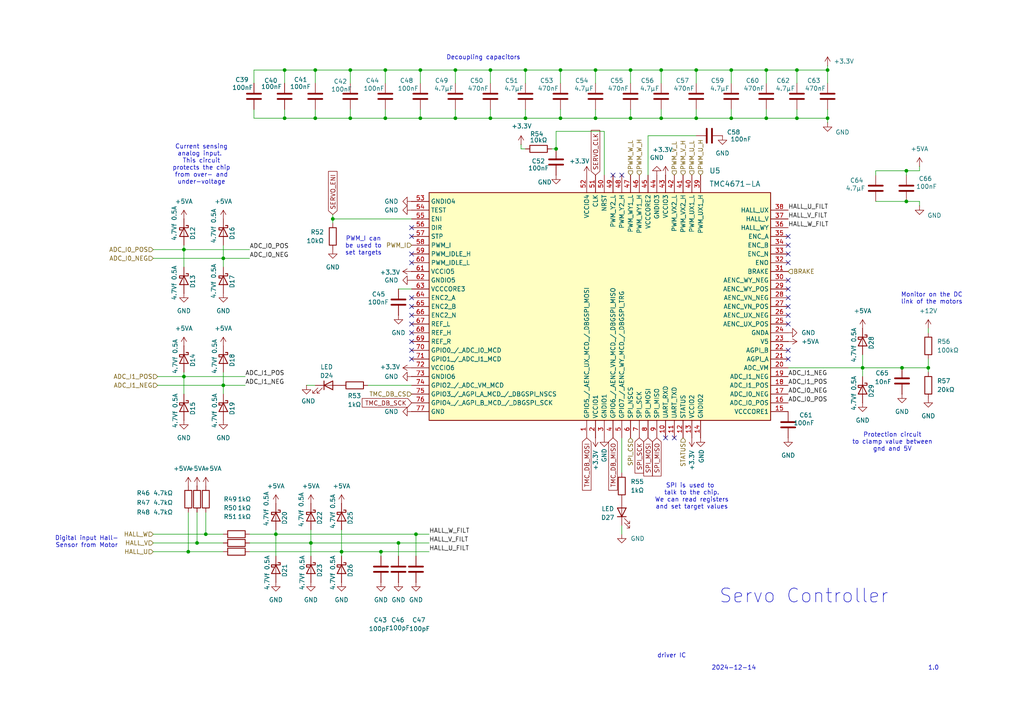
<source format=kicad_sch>
(kicad_sch (version 20231120) (generator "eeschema") (generator_version "8.0")
  (paper "A4")
  (junction (at 111.76 20.32))
  (junction (at 64.77 74.93))
  (junction (at 101.6 20.32))
  (junction (at 82.55 34.29))
  (junction (at 57.15 157.48))
  (junction (at 269.24 106.68))
  (junction (at 91.44 20.32))
  (junction (at 132.08 34.29))
  (junction (at 191.77 34.29))
  (junction (at 82.55 20.32))
  (junction (at 212.09 20.32))
  (junction (at 120.65 154.94))
  (junction (at 182.88 34.29))
  (junction (at 115.57 157.48))
  (junction (at 231.14 34.29))
  (junction (at 191.77 20.32))
  (junction (at 53.34 109.22))
  (junction (at 53.34 72.39))
  (junction (at 182.88 20.32))
  (junction (at 121.92 20.32))
  (junction (at 152.4 34.29))
  (junction (at 240.03 34.29))
  (junction (at 222.25 34.29))
  (junction (at 162.56 20.32))
  (junction (at 54.61 160.02))
  (junction (at 101.6 34.29))
  (junction (at 162.56 34.29))
  (junction (at 172.72 34.29))
  (junction (at 110.49 160.02))
  (junction (at 99.06 160.02))
  (junction (at 172.72 20.32))
  (junction (at 262.89 49.53))
  (junction (at 64.77 111.76))
  (junction (at 240.03 20.32))
  (junction (at 80.01 154.94))
  (junction (at 201.93 20.32))
  (junction (at 212.09 34.29))
  (junction (at 90.17 157.48))
  (junction (at 121.92 34.29))
  (junction (at 132.08 20.32))
  (junction (at 161.29 43.18))
  (junction (at 261.62 106.68))
  (junction (at 231.14 20.32))
  (junction (at 96.52 63.5))
  (junction (at 201.93 34.29))
  (junction (at 250.19 106.68))
  (junction (at 111.76 34.29))
  (junction (at 142.24 20.32))
  (junction (at 152.4 20.32))
  (junction (at 262.89 58.42))
  (junction (at 91.44 34.29))
  (junction (at 59.69 154.94))
  (junction (at 222.25 20.32))
  (junction (at 142.24 34.29))
  (no_connect (at 119.38 66.04))
  (no_connect (at 228.6 93.98))
  (no_connect (at 228.6 68.58))
  (no_connect (at 228.6 73.66))
  (no_connect (at 228.6 81.28))
  (no_connect (at 177.8 50.8))
  (no_connect (at 228.6 104.14))
  (no_connect (at 119.38 76.2))
  (no_connect (at 228.6 88.9))
  (no_connect (at 193.04 127))
  (no_connect (at 119.38 86.36))
  (no_connect (at 228.6 91.44))
  (no_connect (at 119.38 96.52))
  (no_connect (at 195.58 127))
  (no_connect (at 119.38 68.58))
  (no_connect (at 119.38 93.98))
  (no_connect (at 119.38 99.06))
  (no_connect (at 119.38 88.9))
  (no_connect (at 228.6 101.6))
  (no_connect (at 228.6 83.82))
  (no_connect (at 119.38 104.14))
  (no_connect (at 228.6 86.36))
  (no_connect (at 119.38 101.6))
  (no_connect (at 119.38 73.66))
  (no_connect (at 228.6 76.2))
  (no_connect (at 228.6 71.12))
  (no_connect (at 180.34 50.8))
  (no_connect (at 119.38 91.44))
  (wire (pts (xy 91.44 31.75) (xy 91.44 34.29)))
  (wire (pts (xy 101.6 20.32) (xy 101.6 24.13)))
  (wire (pts (xy 82.55 20.32) (xy 82.55 24.13)))
  (wire (pts (xy 201.93 34.29) (xy 191.77 34.29)))
  (wire (pts (xy 115.57 157.48) (xy 124.46 157.48)))
  (wire (pts (xy 120.65 154.94) (xy 120.65 161.29)))
  (wire (pts (xy 132.08 20.32) (xy 132.08 24.13)))
  (wire (pts (xy 180.34 154.94) (xy 180.34 152.4)))
  (wire (pts (xy 250.19 106.68) (xy 250.19 109.22)))
  (wire (pts (xy 53.34 109.22) (xy 71.12 109.22)))
  (wire (pts (xy 240.03 35.56) (xy 240.03 34.29)))
  (wire (pts (xy 45.72 111.76) (xy 64.77 111.76)))
  (wire (pts (xy 99.06 153.67) (xy 99.06 160.02)))
  (wire (pts (xy 180.34 127) (xy 180.34 137.16)))
  (wire (pts (xy 261.62 106.68) (xy 269.24 106.68)))
  (wire (pts (xy 182.88 20.32) (xy 182.88 24.13)))
  (wire (pts (xy 121.92 20.32) (xy 111.76 20.32)))
  (wire (pts (xy 269.24 107.95) (xy 269.24 106.68)))
  (wire (pts (xy 132.08 34.29) (xy 121.92 34.29)))
  (wire (pts (xy 99.06 160.02) (xy 110.49 160.02)))
  (wire (pts (xy 191.77 20.32) (xy 191.77 24.13)))
  (wire (pts (xy 45.72 109.22) (xy 53.34 109.22)))
  (wire (pts (xy 222.25 20.32) (xy 222.25 24.13)))
  (wire (pts (xy 54.61 160.02) (xy 64.77 160.02)))
  (wire (pts (xy 175.26 38.1) (xy 175.26 50.8)))
  (wire (pts (xy 101.6 31.75) (xy 101.6 34.29)))
  (wire (pts (xy 96.52 63.5) (xy 119.38 63.5)))
  (wire (pts (xy 121.92 31.75) (xy 121.92 34.29)))
  (wire (pts (xy 110.49 161.29) (xy 110.49 160.02)))
  (wire (pts (xy 172.72 31.75) (xy 172.72 34.29)))
  (wire (pts (xy 160.02 43.18) (xy 161.29 43.18)))
  (wire (pts (xy 266.7 48.26) (xy 266.7 49.53)))
  (wire (pts (xy 96.52 63.5) (xy 96.52 64.77)))
  (wire (pts (xy 266.7 49.53) (xy 262.89 49.53)))
  (wire (pts (xy 111.76 20.32) (xy 101.6 20.32)))
  (wire (pts (xy 152.4 34.29) (xy 142.24 34.29)))
  (wire (pts (xy 142.24 31.75) (xy 142.24 34.29)))
  (wire (pts (xy 121.92 34.29) (xy 111.76 34.29)))
  (wire (pts (xy 82.55 31.75) (xy 82.55 34.29)))
  (wire (pts (xy 111.76 34.29) (xy 101.6 34.29)))
  (wire (pts (xy 44.45 74.93) (xy 64.77 74.93)))
  (wire (pts (xy 191.77 20.32) (xy 182.88 20.32)))
  (wire (pts (xy 269.24 95.25) (xy 269.24 96.52)))
  (wire (pts (xy 44.45 157.48) (xy 57.15 157.48)))
  (wire (pts (xy 72.39 154.94) (xy 80.01 154.94)))
  (wire (pts (xy 250.19 106.68) (xy 261.62 106.68)))
  (wire (pts (xy 91.44 20.32) (xy 91.44 24.13)))
  (wire (pts (xy 191.77 34.29) (xy 182.88 34.29)))
  (wire (pts (xy 54.61 148.59) (xy 54.61 160.02)))
  (wire (pts (xy 64.77 111.76) (xy 64.77 107.95)))
  (wire (pts (xy 201.93 20.32) (xy 201.93 24.13)))
  (wire (pts (xy 222.25 20.32) (xy 212.09 20.32)))
  (wire (pts (xy 64.77 111.76) (xy 71.12 111.76)))
  (wire (pts (xy 152.4 34.29) (xy 162.56 34.29)))
  (wire (pts (xy 240.03 31.75) (xy 240.03 34.29)))
  (wire (pts (xy 101.6 20.32) (xy 91.44 20.32)))
  (wire (pts (xy 161.29 38.1) (xy 161.29 43.18)))
  (wire (pts (xy 90.17 153.67) (xy 90.17 157.48)))
  (wire (pts (xy 64.77 111.76) (xy 64.77 114.3)))
  (wire (pts (xy 80.01 154.94) (xy 80.01 161.29)))
  (wire (pts (xy 152.4 20.32) (xy 152.4 24.13)))
  (wire (pts (xy 80.01 153.67) (xy 80.01 154.94)))
  (wire (pts (xy 187.96 50.8) (xy 187.96 39.37)))
  (wire (pts (xy 187.96 39.37) (xy 201.93 39.37)))
  (wire (pts (xy 44.45 160.02) (xy 54.61 160.02)))
  (wire (pts (xy 231.14 20.32) (xy 231.14 24.13)))
  (wire (pts (xy 53.34 72.39) (xy 72.39 72.39)))
  (wire (pts (xy 90.17 157.48) (xy 90.17 161.29)))
  (wire (pts (xy 172.72 20.32) (xy 162.56 20.32)))
  (wire (pts (xy 59.69 148.59) (xy 59.69 154.94)))
  (wire (pts (xy 111.76 31.75) (xy 111.76 34.29)))
  (wire (pts (xy 222.25 34.29) (xy 212.09 34.29)))
  (wire (pts (xy 64.77 74.93) (xy 72.39 74.93)))
  (wire (pts (xy 240.03 20.32) (xy 240.03 24.13)))
  (wire (pts (xy 82.55 20.32) (xy 73.66 20.32)))
  (wire (pts (xy 53.34 109.22) (xy 53.34 107.95)))
  (wire (pts (xy 262.89 49.53) (xy 254 49.53)))
  (wire (pts (xy 231.14 20.32) (xy 222.25 20.32)))
  (wire (pts (xy 90.17 157.48) (xy 115.57 157.48)))
  (wire (pts (xy 228.6 106.68) (xy 250.19 106.68)))
  (wire (pts (xy 121.92 20.32) (xy 121.92 24.13)))
  (wire (pts (xy 111.76 20.32) (xy 111.76 24.13)))
  (wire (pts (xy 99.06 160.02) (xy 99.06 161.29)))
  (wire (pts (xy 80.01 154.94) (xy 120.65 154.94)))
  (wire (pts (xy 142.24 20.32) (xy 142.24 24.13)))
  (wire (pts (xy 91.44 20.32) (xy 82.55 20.32)))
  (wire (pts (xy 222.25 34.29) (xy 231.14 34.29)))
  (wire (pts (xy 182.88 34.29) (xy 172.72 34.29)))
  (wire (pts (xy 201.93 31.75) (xy 201.93 34.29)))
  (wire (pts (xy 59.69 154.94) (xy 64.77 154.94)))
  (wire (pts (xy 212.09 31.75) (xy 212.09 34.29)))
  (wire (pts (xy 151.13 43.18) (xy 152.4 43.18)))
  (wire (pts (xy 73.66 20.32) (xy 73.66 24.13)))
  (wire (pts (xy 151.13 43.18) (xy 151.13 41.91)))
  (wire (pts (xy 152.4 31.75) (xy 152.4 34.29)))
  (wire (pts (xy 106.68 111.76) (xy 119.38 111.76)))
  (wire (pts (xy 110.49 160.02) (xy 124.46 160.02)))
  (wire (pts (xy 64.77 74.93) (xy 64.77 71.12)))
  (wire (pts (xy 82.55 34.29) (xy 73.66 34.29)))
  (wire (pts (xy 142.24 34.29) (xy 132.08 34.29)))
  (wire (pts (xy 115.57 83.82) (xy 119.38 83.82)))
  (wire (pts (xy 254 49.53) (xy 254 50.8)))
  (wire (pts (xy 240.03 20.32) (xy 231.14 20.32)))
  (wire (pts (xy 53.34 72.39) (xy 53.34 77.47)))
  (wire (pts (xy 57.15 157.48) (xy 64.77 157.48)))
  (wire (pts (xy 91.44 34.29) (xy 82.55 34.29)))
  (wire (pts (xy 269.24 104.14) (xy 269.24 106.68)))
  (wire (pts (xy 254 58.42) (xy 262.89 58.42)))
  (wire (pts (xy 44.45 72.39) (xy 53.34 72.39)))
  (wire (pts (xy 72.39 160.02) (xy 99.06 160.02)))
  (wire (pts (xy 88.9 111.76) (xy 91.44 111.76)))
  (wire (pts (xy 212.09 20.32) (xy 212.09 24.13)))
  (wire (pts (xy 72.39 157.48) (xy 90.17 157.48)))
  (wire (pts (xy 44.45 154.94) (xy 59.69 154.94)))
  (wire (pts (xy 57.15 148.59) (xy 57.15 157.48)))
  (wire (pts (xy 53.34 109.22) (xy 53.34 114.3)))
  (wire (pts (xy 262.89 49.53) (xy 262.89 50.8)))
  (wire (pts (xy 266.7 58.42) (xy 262.89 58.42)))
  (wire (pts (xy 182.88 31.75) (xy 182.88 34.29)))
  (wire (pts (xy 266.7 59.69) (xy 266.7 58.42)))
  (wire (pts (xy 162.56 20.32) (xy 152.4 20.32)))
  (wire (pts (xy 101.6 34.29) (xy 91.44 34.29)))
  (wire (pts (xy 191.77 31.75) (xy 191.77 34.29)))
  (wire (pts (xy 212.09 34.29) (xy 201.93 34.29)))
  (wire (pts (xy 115.57 157.48) (xy 115.57 161.29)))
  (wire (pts (xy 96.52 62.23) (xy 96.52 63.5)))
  (wire (pts (xy 142.24 20.32) (xy 132.08 20.32)))
  (wire (pts (xy 162.56 20.32) (xy 162.56 24.13)))
  (wire (pts (xy 182.88 20.32) (xy 172.72 20.32)))
  (wire (pts (xy 172.72 20.32) (xy 172.72 24.13)))
  (wire (pts (xy 250.19 102.87) (xy 250.19 106.68)))
  (wire (pts (xy 172.72 34.29) (xy 162.56 34.29)))
  (wire (pts (xy 152.4 20.32) (xy 142.24 20.32)))
  (wire (pts (xy 162.56 31.75) (xy 162.56 34.29)))
  (wire (pts (xy 132.08 20.32) (xy 121.92 20.32)))
  (wire (pts (xy 64.77 74.93) (xy 64.77 77.47)))
  (wire (pts (xy 175.26 38.1) (xy 161.29 38.1)))
  (wire (pts (xy 231.14 31.75) (xy 231.14 34.29)))
  (wire (pts (xy 231.14 34.29) (xy 240.03 34.29)))
  (wire (pts (xy 132.08 31.75) (xy 132.08 34.29)))
  (wire (pts (xy 212.09 20.32) (xy 201.93 20.32)))
  (wire (pts (xy 222.25 31.75) (xy 222.25 34.29)))
  (wire (pts (xy 53.34 72.39) (xy 53.34 71.12)))
  (wire (pts (xy 201.93 20.32) (xy 191.77 20.32)))
  (wire (pts (xy 120.65 154.94) (xy 124.46 154.94)))
  (wire (pts (xy 73.66 31.75) (xy 73.66 34.29)))
  (wire (pts (xy 240.03 19.05) (xy 240.03 20.32)))
  (text "Monitor on the DC\nlink of the motors" (at 270.256 86.614 0) (effects (font (size 1.27 1.27))))
  (text "Servo Controller" (at 233.172 172.974 0) (effects (font (size 4 4))))
  (text "driver IC" (at 194.818 190.246 0) (effects (font (size 1.27 1.27))))
  (text "Current sensing\nanalog input. \nThis circuit\nprotects the chip\nfrom over- and\nunder-voltage" (at 58.42 47.752 0) (effects (font (size 1.27 1.27))))
  (text "Decoupling capacitors\n" (at 140.208 16.764 0) (effects (font (size 1.27 1.27))))
  (text "2024-12-14" (at 212.852 193.802 0) (effects (font (size 1.27 1.27))))
  (text "Protection circuit\nto clamp value between\ngnd and 5V" (at 258.826 128.27 0) (effects (font (size 1.27 1.27))))
  (text "SPI is used to \ntalk to the chip.\nWe can read registers\nand set target values" (at 200.66 144.018 0) (effects (font (size 1.27 1.27))))
  (text "1.0" (at 270.764 193.802 0) (effects (font (size 1.27 1.27))))
  (text "PWM_I can\nbe used to\nset targets" (at 105.41 71.374 0) (effects (font (size 1.27 1.27))))
  (text "Digital input Hall-\nSensor from Motor" (at 25.146 157.226 0) (effects (font (size 1.27 1.27))))
  (label "HALL_V_FILT" (at 228.6 63.5 0))
  (label "ADC_I0_NEG" (at 72.39 74.93 0))
  (label "ADC_I1_POS" (at 228.6 111.76 0))
  (label "HALL_V_FILT" (at 124.46 157.48 0))
  (label "ADC_I0_NEG" (at 228.6 114.3 0))
  (label "ADC_I1_NEG" (at 228.6 109.22 0))
  (label "HALL_W_FILT" (at 228.6 66.04 0))
  (label "ADC_I1_NEG" (at 71.12 111.76 0))
  (label "ADC_I1_POS" (at 71.12 109.22 0))
  (label "HALL_U_FILT" (at 124.46 160.02 0))
  (label "HALL_U_FILT" (at 228.6 60.96 0))
  (label "ADC_I0_POS" (at 72.39 72.39 0))
  (label "ADC_I0_POS" (at 228.6 116.84 0))
  (label "HALL_W_FILT" (at 124.46 154.94 0))
  (global_label "TMC_DB_SCK" (shape input) (at 119.38 116.84 180) (property "Intersheetrefs" "${INTERSHEET_REFS}" (effects (hide yes))))
  (global_label "SPI_SCK" (shape input) (at 185.42 127 270) (property "Intersheetrefs" "${INTERSHEET_REFS}" (effects (hide yes))))
  (global_label "SERVO_CLK" (shape input) (at 172.72 50.8 90) (property "Intersheetrefs" "${INTERSHEET_REFS}" (effects (hide yes))))
  (global_label "SPI_MISO" (shape input) (at 190.5 127 270) (property "Intersheetrefs" "${INTERSHEET_REFS}" (effects (hide yes))))
  (global_label "TMC_DB_MOSI" (shape input) (at 170.18 127 270) (property "Intersheetrefs" "${INTERSHEET_REFS}" (effects (hide yes))))
  (global_label "SPI_MOSI" (shape input) (at 187.96 127 270) (property "Intersheetrefs" "${INTERSHEET_REFS}" (effects (hide yes))))
  (global_label "SERVO_ENI" (shape input) (at 96.52 62.23 90) (property "Intersheetrefs" "${INTERSHEET_REFS}" (effects (hide yes))))
  (global_label "TMC_DB_MISO" (shape input) (at 177.8 127 270) (property "Intersheetrefs" "${INTERSHEET_REFS}" (effects (hide yes))))
  (hierarchical_label "ADC_I0_POS" (shape input) (at 44.45 72.39 180))
  (hierarchical_label "ADC_I1_POS" (shape input) (at 45.72 109.22 180))
  (hierarchical_label "PWM_U_L" (shape input) (at 200.66 50.8 90))
  (hierarchical_label "PWM_V_H" (shape input) (at 198.12 50.8 90))
  (hierarchical_label "SPI_CS" (shape input) (at 182.88 127 270))
  (hierarchical_label "HALL_U" (shape input) (at 44.45 160.02 180))
  (hierarchical_label "ADC_I1_NEG" (shape input) (at 45.72 111.76 180))
  (hierarchical_label "PWM_V_L" (shape input) (at 195.58 50.8 90))
  (hierarchical_label "PWM_I" (shape input) (at 119.38 71.12 180))
  (hierarchical_label "PWM_W_H" (shape input) (at 185.42 50.8 90))
  (hierarchical_label "PWM_W_L" (shape input) (at 182.88 50.8 90))
  (hierarchical_label "ADC_I0_NEG" (shape input) (at 44.45 74.93 180))
  (hierarchical_label "BRAKE" (shape input) (at 228.6 78.74 0))
  (hierarchical_label "TMC_DB_CS" (shape input) (at 119.38 114.3 180))
  (hierarchical_label "STATUS" (shape input) (at 198.12 127 270))
  (hierarchical_label "PWM_U_H" (shape input) (at 203.2 50.8 90))
  (hierarchical_label "HALL_W" (shape input) (at 44.45 154.94 180))
  (hierarchical_label "HALL_V" (shape input) (at 44.45 157.48 180))
  (symbol (lib_id "power:GND") (at 240.03 35.56 0) (unit 1)
    (property "Reference" "#PWR0133" (effects (hide yes)))
    (property "Value" "GND" (at 244.348 38.354 0))
    (property "Description" "Power symbol creates a global label with name \"GND\" , ground" (effects (hide yes)))
    (instances (project "motordriver" (path "" (reference "#PWR0133") (unit 1)) (path "" (reference "#PWR0293") (unit 1)) (path "" (reference "#PWR0217") (unit 1))))
  )
  (symbol (lib_id "power:GND") (at 64.77 121.92 0) (unit 1)
    (property "Reference" "#PWR098" (effects (hide yes)))
    (property "Value" "GND" (at 64.77 127 0))
    (property "Description" "Power symbol creates a global label with name \"GND\" , ground" (effects (hide yes)))
    (instances (project "motordriver" (path "" (reference "#PWR098") (unit 1)) (path "" (reference "#PWR0258") (unit 1)) (path "" (reference "#PWR0182") (unit 1))))
  )
  (symbol (lib_id "power:GND") (at 96.52 72.39 0) (mirror y) (unit 1)
    (property "Reference" "#PWR0104" (effects (hide yes)))
    (property "Value" "GND" (at 96.52 77.47 0))
    (property "Description" "Power symbol creates a global label with name \"GND\" , ground" (effects (hide yes)))
    (instances (project "motordriver" (path "" (reference "#PWR0104") (unit 1)) (path "" (reference "#PWR0264") (unit 1)) (path "" (reference "#PWR0188") (unit 1))))
  )
  (symbol (lib_id "Device:C") (at 172.72 27.94 180) (unit 1)
    (property "Reference" "C54" (at 170.688 23.368 0) (effects (justify left)))
    (property "Value" "4.7µF" (at 172.212 25.654 0) (effects (justify left)))
    (property "Footprint" "Capacitor_SMD:C_0603_1608Metric" (effects (hide yes)))
    (property "Description" "Unpolarized capacitor" (effects (hide yes)))
    (instances (project "motordriver" (path "" (reference "C54") (unit 1)) (path "" (reference "C136") (unit 1)) (path "" (reference "C99") (unit 1))))
  )
  (symbol (lib_id "Device:C") (at 142.24 27.94 180) (unit 1)
    (property "Reference" "C50" (at 140.208 23.368 0) (effects (justify left)))
    (property "Value" "470nF" (at 141.732 25.654 0) (effects (justify left)))
    (property "Footprint" "Capacitor_SMD:C_0603_1608Metric" (effects (hide yes)))
    (property "Description" "Unpolarized capacitor" (effects (hide yes)))
    (instances (project "motordriver" (path "" (reference "C50") (unit 1)) (path "" (reference "C132") (unit 1)) (path "" (reference "C95") (unit 1))))
  )
  (symbol (lib_id "Device:D_Schottky") (at 90.17 165.1 270) (unit 1)
    (property "Reference" "D23" (at 92.71 163.5124 0) (effects (justify left)))
    (property "Value" "4.7Vf 0.5A" (at 87.63 161.036 0) (effects (justify left)))
    (property "Footprint" "kuben-footprints:DIOC1709X85N" (effects (hide yes)))
    (property "Description" "Schottky diode" (effects (hide yes)))
    (property "Height" "0.85" (effects (hide yes)))
    (property "Mouser Part Number" "750-CDBU0520" (effects (hide yes)))
    (property "Mouser Price/Stock" "https://www.mouser.co.uk/ProductDetail/Comchip-Technology/CDBU0520?qs=QrYNfmA0esYvGSGDalbccA%3D%3D" (effects (hide yes)))
    (property "Manufacturer_Name" "Comchip Technology" (effects (hide yes)))
    (property "Manufacturer_Part_Number" "CDBU0520" (effects (hide yes)))
    (instances (project "motordriver" (path "" (reference "D23") (unit 1)) (path "" (reference "D68") (unit 1)) (path "" (reference "D46") (unit 1))))
  )
  (symbol (lib_id "power:+5V") (at 90.17 146.05 0) (unit 1)
    (property "Reference" "#PWR0102" (effects (hide yes)))
    (property "Value" "+5VA" (at 90.17 140.97 0))
    (property "Description" "Power symbol creates a global label with name \"+5V\"" (effects (hide yes)))
    (instances (project "motordriver" (path "" (reference "#PWR0102") (unit 1)) (path "" (reference "#PWR0262") (unit 1)) (path "" (reference "#PWR0186") (unit 1))))
  )
  (symbol (lib_id "Device:C") (at 101.6 27.94 0) (mirror x) (unit 1)
    (property "Reference" "C42" (at 96.774 23.622 0) (effects (justify left)))
    (property "Value" "100nF" (at 96.012 25.908 0) (effects (justify left)))
    (property "Footprint" "Capacitor_SMD:C_0603_1608Metric" (effects (hide yes)))
    (property "Description" "Unpolarized capacitor" (effects (hide yes)))
    (instances (project "motordriver" (path "" (reference "C42") (unit 1)) (path "" (reference "C124") (unit 1)) (path "" (reference "C87") (unit 1))))
  )
  (symbol (lib_id "Device:R") (at 59.69 144.78 0) (unit 1)
    (property "Reference" "R48" (at 39.624 148.59 0) (effects (justify left)))
    (property "Value" "4.7kΩ" (at 44.45 148.59 0) (effects (justify left)))
    (property "Footprint" "Resistor_SMD:R_0603_1608Metric" (effects (hide yes)))
    (property "Description" "Resistor" (effects (hide yes)))
    (instances (project "motordriver" (path "" (reference "R48") (unit 1)) (path "" (reference "R92") (unit 1)) (path "" (reference "R66") (unit 1))))
  )
  (symbol (lib_id "Device:D_Schottky") (at 53.34 67.31 270) (unit 1)
    (property "Reference" "D12" (at 55.88 65.7224 0) (effects (justify left)))
    (property "Value" "4.7Vf 0.5A" (at 50.546 59.69 0) (effects (justify left)))
    (property "Footprint" "kuben-footprints:DIOC1709X85N" (effects (hide yes)))
    (property "Description" "Schottky diode" (effects (hide yes)))
    (property "Height" "0.85" (effects (hide yes)))
    (property "Mouser Part Number" "750-CDBU0520" (effects (hide yes)))
    (property "Mouser Price/Stock" "https://www.mouser.co.uk/ProductDetail/Comchip-Technology/CDBU0520?qs=QrYNfmA0esYvGSGDalbccA%3D%3D" (effects (hide yes)))
    (property "Manufacturer_Name" "Comchip Technology" (effects (hide yes)))
    (property "Manufacturer_Part_Number" "CDBU0520" (effects (hide yes)))
    (instances (project "motordriver" (path "" (reference "D12") (unit 1)) (path "" (reference "D57") (unit 1)) (path "" (reference "D35") (unit 1))))
  )
  (symbol (lib_id "power:+5V") (at 228.6 99.06 270) (unit 1)
    (property "Reference" "#PWR0130" (effects (hide yes)))
    (property "Value" "+5VA" (at 232.41 99.0599 90) (effects (justify left)))
    (property "Description" "Power symbol creates a global label with name \"+5V\"" (effects (hide yes)))
    (instances (project "motordriver" (path "" (reference "#PWR0130") (unit 1)) (path "" (reference "#PWR0290") (unit 1)) (path "" (reference "#PWR0214") (unit 1))))
  )
  (symbol (lib_id "power:GND") (at 119.38 81.28 270) (unit 1)
    (property "Reference" "#PWR0113" (effects (hide yes)))
    (property "Value" "GND" (at 115.57 81.2799 90) (effects (justify right)))
    (property "Description" "Power symbol creates a global label with name \"GND\" , ground" (effects (hide yes)))
    (instances (project "motordriver" (path "" (reference "#PWR0113") (unit 1)) (path "" (reference "#PWR0273") (unit 1)) (path "" (reference "#PWR0197") (unit 1))))
  )
  (symbol (lib_id "Device:C") (at 120.65 165.1 180) (unit 1)
    (property "Reference" "C47" (at 123.444 179.832 0) (effects (justify left)))
    (property "Value" "100pF" (at 124.714 182.372 0) (effects (justify left)))
    (property "Footprint" "Capacitor_SMD:C_0603_1608Metric" (effects (hide yes)))
    (property "Description" "Unpolarized capacitor" (effects (hide yes)))
    (instances (project "motordriver" (path "" (reference "C47") (unit 1)) (path "" (reference "C129") (unit 1)) (path "" (reference "C92") (unit 1))))
  )
  (symbol (lib_id "power:GND") (at 88.9 111.76 0) (unit 1)
    (property "Reference" "#PWR0101" (effects (hide yes)))
    (property "Value" "GND" (at 87.376 116.332 0) (effects (justify left)))
    (property "Description" "Power symbol creates a global label with name \"GND\" , ground" (effects (hide yes)))
    (instances (project "motordriver" (path "" (reference "#PWR0101") (unit 1)) (path "" (reference "#PWR0261") (unit 1)) (path "" (reference "#PWR0185") (unit 1))))
  )
  (symbol (lib_id "Device:D_Schottky") (at 53.34 104.14 270) (unit 1)
    (property "Reference" "D14" (at 55.88 102.5524 0) (effects (justify left)))
    (property "Value" "4.7Vf 0.5A" (at 50.8 98.298 0) (effects (justify left)))
    (property "Footprint" "kuben-footprints:DIOC1709X85N" (effects (hide yes)))
    (property "Description" "Schottky diode" (effects (hide yes)))
    (property "Height" "0.85" (effects (hide yes)))
    (property "Mouser Part Number" "750-CDBU0520" (effects (hide yes)))
    (property "Mouser Price/Stock" "https://www.mouser.co.uk/ProductDetail/Comchip-Technology/CDBU0520?qs=QrYNfmA0esYvGSGDalbccA%3D%3D" (effects (hide yes)))
    (property "Manufacturer_Name" "Comchip Technology" (effects (hide yes)))
    (property "Manufacturer_Part_Number" "CDBU0520" (effects (hide yes)))
    (instances (project "motordriver" (path "" (reference "D14") (unit 1)) (path "" (reference "D59") (unit 1)) (path "" (reference "D37") (unit 1))))
  )
  (symbol (lib_id "Device:C") (at 121.92 27.94 180) (unit 1)
    (property "Reference" "C48" (at 119.888 23.368 0) (effects (justify left)))
    (property "Value" "100nF" (at 121.412 25.654 0) (effects (justify left)))
    (property "Footprint" "Capacitor_SMD:C_0603_1608Metric" (effects (hide yes)))
    (property "Description" "Unpolarized capacitor" (effects (hide yes)))
    (instances (project "motordriver" (path "" (reference "C48") (unit 1)) (path "" (reference "C130") (unit 1)) (path "" (reference "C93") (unit 1))))
  )
  (symbol (lib_id "Device:D_Schottky") (at 64.77 67.31 270) (unit 1)
    (property "Reference" "D16" (at 67.31 65.7224 0) (effects (justify left)))
    (property "Value" "4.7Vf 0.5A" (at 61.976 60.452 0) (effects (justify left)))
    (property "Footprint" "kuben-footprints:DIOC1709X85N" (effects (hide yes)))
    (property "Description" "Schottky diode" (effects (hide yes)))
    (property "Height" "0.85" (effects (hide yes)))
    (property "Mouser Part Number" "750-CDBU0520" (effects (hide yes)))
    (property "Mouser Price/Stock" "https://www.mouser.co.uk/ProductDetail/Comchip-Technology/CDBU0520?qs=QrYNfmA0esYvGSGDalbccA%3D%3D" (effects (hide yes)))
    (property "Manufacturer_Name" "Comchip Technology" (effects (hide yes)))
    (property "Manufacturer_Part_Number" "CDBU0520" (effects (hide yes)))
    (instances (project "motordriver" (path "" (reference "D16") (unit 1)) (path "" (reference "D61") (unit 1)) (path "" (reference "D39") (unit 1))))
  )
  (symbol (lib_id "Device:D_Schottky") (at 250.19 113.03 270) (unit 1)
    (property "Reference" "D29" (at 252.73 111.4424 0) (effects (justify left)))
    (property "Value" "4.7Vf 0.5A" (at 247.65 108.966 0) (effects (justify left)))
    (property "Footprint" "kuben-footprints:DIOC1709X85N" (effects (hide yes)))
    (property "Description" "Schottky diode" (effects (hide yes)))
    (property "Height" "0.85" (effects (hide yes)))
    (property "Mouser Part Number" "750-CDBU0520" (effects (hide yes)))
    (property "Mouser Price/Stock" "https://www.mouser.co.uk/ProductDetail/Comchip-Technology/CDBU0520?qs=QrYNfmA0esYvGSGDalbccA%3D%3D" (effects (hide yes)))
    (property "Manufacturer_Name" "Comchip Technology" (effects (hide yes)))
    (property "Manufacturer_Part_Number" "CDBU0520" (effects (hide yes)))
    (instances (project "motordriver" (path "" (reference "D29") (unit 1)) (path "" (reference "D74") (unit 1)) (path "" (reference "D52") (unit 1))))
  )
  (symbol (lib_id "power:GND") (at 53.34 85.09 0) (unit 1)
    (property "Reference" "#PWR089" (effects (hide yes)))
    (property "Value" "GND" (at 53.34 90.17 0))
    (property "Description" "Power symbol creates a global label with name \"GND\" , ground" (effects (hide yes)))
    (instances (project "motordriver" (path "" (reference "#PWR089") (unit 1)) (path "" (reference "#PWR0249") (unit 1)) (path "" (reference "#PWR0173") (unit 1))))
  )
  (symbol (lib_id "Device:C") (at 205.74 39.37 270) (unit 1)
    (property "Reference" "C58" (at 210.82 38.354 90) (effects (justify left)))
    (property "Value" "100nF" (at 211.836 40.386 90) (effects (justify left)))
    (property "Footprint" "Capacitor_SMD:C_0603_1608Metric" (effects (hide yes)))
    (property "Description" "Unpolarized capacitor" (effects (hide yes)))
    (instances (project "motordriver" (path "" (reference "C58") (unit 1)) (path "" (reference "C140") (unit 1)) (path "" (reference "C103") (unit 1))))
  )
  (symbol (lib_id "power:GND") (at 115.57 168.91 0) (unit 1)
    (property "Reference" "#PWR0109" (effects (hide yes)))
    (property "Value" "GND" (at 115.57 173.99 0))
    (property "Description" "Power symbol creates a global label with name \"GND\" , ground" (effects (hide yes)))
    (instances (project "motordriver" (path "" (reference "#PWR0109") (unit 1)) (path "" (reference "#PWR0269") (unit 1)) (path "" (reference "#PWR0193") (unit 1))))
  )
  (symbol (lib_id "power:GND") (at 119.38 109.22 270) (unit 1)
    (property "Reference" "#PWR0115" (effects (hide yes)))
    (property "Value" "GND" (at 115.57 109.2199 90) (effects (justify right)))
    (property "Description" "Power symbol creates a global label with name \"GND\" , ground" (effects (hide yes)))
    (instances (project "motordriver" (path "" (reference "#PWR0115") (unit 1)) (path "" (reference "#PWR0275") (unit 1)) (path "" (reference "#PWR0199") (unit 1))))
  )
  (symbol (lib_id "power:GND") (at 175.26 127 0) (unit 1)
    (property "Reference" "#PWR0122" (effects (hide yes)))
    (property "Value" "GND" (at 175.26 132.08 90))
    (property "Description" "Power symbol creates a global label with name \"GND\" , ground" (effects (hide yes)))
    (instances (project "motordriver" (path "" (reference "#PWR0122") (unit 1)) (path "" (reference "#PWR0282") (unit 1)) (path "" (reference "#PWR0206") (unit 1))))
  )
  (symbol (lib_id "Device:C") (at 161.29 46.99 0) (unit 1)
    (property "Reference" "C52" (at 154.178 46.736 0) (effects (justify left)))
    (property "Value" "100nF" (at 153.162 48.768 0) (effects (justify left)))
    (property "Footprint" "Capacitor_SMD:C_0603_1608Metric" (effects (hide yes)))
    (property "Description" "Unpolarized capacitor" (effects (hide yes)))
    (instances (project "motordriver" (path "" (reference "C52") (unit 1)) (path "" (reference "C134") (unit 1)) (path "" (reference "C97") (unit 1))))
  )
  (symbol (lib_id "Device:R") (at 54.61 144.78 0) (unit 1)
    (property "Reference" "R46" (at 39.624 143.002 0) (effects (justify left)))
    (property "Value" "4.7kΩ" (at 44.45 143.002 0) (effects (justify left)))
    (property "Footprint" "Resistor_SMD:R_0603_1608Metric" (effects (hide yes)))
    (property "Description" "Resistor" (effects (hide yes)))
    (instances (project "motordriver" (path "" (reference "R46") (unit 1)) (path "" (reference "R90") (unit 1)) (path "" (reference "R64") (unit 1))))
  )
  (symbol (lib_id "power:GND") (at 110.49 168.91 0) (unit 1)
    (property "Reference" "#PWR0107" (effects (hide yes)))
    (property "Value" "GND" (at 110.49 173.99 0))
    (property "Description" "Power symbol creates a global label with name \"GND\" , ground" (effects (hide yes)))
    (instances (project "motordriver" (path "" (reference "#PWR0107") (unit 1)) (path "" (reference "#PWR0267") (unit 1)) (path "" (reference "#PWR0191") (unit 1))))
  )
  (symbol (lib_id "Device:D_Schottky") (at 250.19 99.06 270) (unit 1)
    (property "Reference" "D28" (at 252.73 97.4724 0) (effects (justify left)))
    (property "Value" "4.7Vf 0.5A" (at 247.65 94.996 0) (effects (justify left)))
    (property "Footprint" "kuben-footprints:DIOC1709X85N" (effects (hide yes)))
    (property "Description" "Schottky diode" (effects (hide yes)))
    (property "Height" "0.85" (effects (hide yes)))
    (property "Mouser Part Number" "750-CDBU0520" (effects (hide yes)))
    (property "Mouser Price/Stock" "https://www.mouser.co.uk/ProductDetail/Comchip-Technology/CDBU0520?qs=QrYNfmA0esYvGSGDalbccA%3D%3D" (effects (hide yes)))
    (property "Manufacturer_Name" "Comchip Technology" (effects (hide yes)))
    (property "Manufacturer_Part_Number" "CDBU0520" (effects (hide yes)))
    (instances (project "motordriver" (path "" (reference "D28") (unit 1)) (path "" (reference "D73") (unit 1)) (path "" (reference "D51") (unit 1))))
  )
  (symbol (lib_id "power:+5V") (at 54.61 140.97 0) (unit 1)
    (property "Reference" "#PWR092" (effects (hide yes)))
    (property "Value" "+5VA" (at 52.832 135.89 0))
    (property "Description" "Power symbol creates a global label with name \"+5V\"" (effects (hide yes)))
    (instances (project "motordriver" (path "" (reference "#PWR092") (unit 1)) (path "" (reference "#PWR0252") (unit 1)) (path "" (reference "#PWR0176") (unit 1))))
  )
  (symbol (lib_id "Device:C") (at 182.88 27.94 180) (unit 1)
    (property "Reference" "C55" (at 180.848 23.368 0) (effects (justify left)))
    (property "Value" "470nF" (at 182.372 25.654 0) (effects (justify left)))
    (property "Footprint" "Capacitor_SMD:C_0603_1608Metric" (effects (hide yes)))
    (property "Description" "Unpolarized capacitor" (effects (hide yes)))
    (instances (project "motordriver" (path "" (reference "C55") (unit 1)) (path "" (reference "C137") (unit 1)) (path "" (reference "C100") (unit 1))))
  )
  (symbol (lib_id "Device:R") (at 156.21 43.18 270) (unit 1)
    (property "Reference" "R54" (at 155.702 38.862 90))
    (property "Value" "10kΩ" (at 156.21 40.64 90))
    (property "Footprint" "Resistor_SMD:R_0603_1608Metric" (effects (hide yes)))
    (property "Description" "Resistor" (effects (hide yes)))
    (instances (project "motordriver" (path "" (reference "R54") (unit 1)) (path "" (reference "R98") (unit 1)) (path "" (reference "R72") (unit 1))))
  )
  (symbol (lib_id "Device:C") (at 222.25 27.94 180) (unit 1)
    (property "Reference" "C60" (at 220.218 23.368 0) (effects (justify left)))
    (property "Value" "470nF" (at 221.742 25.654 0) (effects (justify left)))
    (property "Footprint" "Capacitor_SMD:C_0603_1608Metric" (effects (hide yes)))
    (property "Description" "Unpolarized capacitor" (effects (hide yes)))
    (instances (project "motordriver" (path "" (reference "C60") (unit 1)) (path "" (reference "C142") (unit 1)) (path "" (reference "C105") (unit 1))))
  )
  (symbol (lib_id "Device:C") (at 82.55 27.94 180) (unit 1)
    (property "Reference" "C40" (at 80.518 23.368 0) (effects (justify left)))
    (property "Value" "100nF" (at 81.788 25.146 0) (effects (justify left)))
    (property "Footprint" "Capacitor_SMD:C_0603_1608Metric" (effects (hide yes)))
    (property "Description" "Unpolarized capacitor" (effects (hide yes)))
    (instances (project "motordriver" (path "" (reference "C40") (unit 1)) (path "" (reference "C122") (unit 1)) (path "" (reference "C85") (unit 1))))
  )
  (symbol (lib_id "power:GND") (at 250.19 116.84 0) (unit 1)
    (property "Reference" "#PWR0135" (effects (hide yes)))
    (property "Value" "GND" (at 250.19 121.92 0))
    (property "Description" "Power symbol creates a global label with name \"GND\" , ground" (effects (hide yes)))
    (instances (project "motordriver" (path "" (reference "#PWR0135") (unit 1)) (path "" (reference "#PWR0295") (unit 1)) (path "" (reference "#PWR0219") (unit 1))))
  )
  (symbol (lib_id "power:+5V") (at 59.69 140.97 0) (unit 1)
    (property "Reference" "#PWR094" (effects (hide yes)))
    (property "Value" "+5VA" (at 61.722 135.89 0))
    (property "Description" "Power symbol creates a global label with name \"+5V\"" (effects (hide yes)))
    (instances (project "motordriver" (path "" (reference "#PWR094") (unit 1)) (path "" (reference "#PWR0254") (unit 1)) (path "" (reference "#PWR0178") (unit 1))))
  )
  (symbol (lib_id "Device:R") (at 68.58 157.48 90) (unit 1)
    (property "Reference" "R50" (at 66.802 147.32 90))
    (property "Value" "1kΩ" (at 70.866 147.32 90))
    (property "Footprint" "Resistor_SMD:R_0603_1608Metric" (effects (hide yes)))
    (property "Description" "Resistor" (effects (hide yes)))
    (instances (project "motordriver" (path "" (reference "R50") (unit 1)) (path "" (reference "R94") (unit 1)) (path "" (reference "R68") (unit 1))))
  )
  (symbol (lib_id "power:+5V") (at 80.01 146.05 0) (unit 1)
    (property "Reference" "#PWR099" (effects (hide yes)))
    (property "Value" "+5VA" (at 80.01 140.97 0))
    (property "Description" "Power symbol creates a global label with name \"+5V\"" (effects (hide yes)))
    (instances (project "motordriver" (path "" (reference "#PWR099") (unit 1)) (path "" (reference "#PWR0259") (unit 1)) (path "" (reference "#PWR0183") (unit 1))))
  )
  (symbol (lib_id "Device:C") (at 212.09 27.94 180) (unit 1)
    (property "Reference" "C59" (at 210.058 23.368 0) (effects (justify left)))
    (property "Value" "4.7µF" (at 211.582 25.654 0) (effects (justify left)))
    (property "Footprint" "Capacitor_SMD:C_0603_1608Metric" (effects (hide yes)))
    (property "Description" "Unpolarized capacitor" (effects (hide yes)))
    (instances (project "motordriver" (path "" (reference "C59") (unit 1)) (path "" (reference "C141") (unit 1)) (path "" (reference "C104") (unit 1))))
  )
  (symbol (lib_id "Device:C") (at 91.44 27.94 180) (unit 1)
    (property "Reference" "C41" (at 89.154 23.114 0) (effects (justify left)))
    (property "Value" "100nF" (at 90.17 25.146 0) (effects (justify left)))
    (property "Footprint" "Capacitor_SMD:C_0603_1608Metric" (effects (hide yes)))
    (property "Description" "Unpolarized capacitor" (effects (hide yes)))
    (instances (project "motordriver" (path "" (reference "C41") (unit 1)) (path "" (reference "C123") (unit 1)) (path "" (reference "C86") (unit 1))))
  )
  (symbol (lib_id "Device:D_Schottky") (at 64.77 118.11 270) (unit 1)
    (property "Reference" "D19" (at 67.31 116.5224 0) (effects (justify left)))
    (property "Value" "4.7Vf 0.5A" (at 62.23 114.046 0) (effects (justify left)))
    (property "Footprint" "kuben-footprints:DIOC1709X85N" (effects (hide yes)))
    (property "Description" "Schottky diode" (effects (hide yes)))
    (property "Height" "0.85" (effects (hide yes)))
    (property "Mouser Part Number" "750-CDBU0520" (effects (hide yes)))
    (property "Mouser Price/Stock" "https://www.mouser.co.uk/ProductDetail/Comchip-Technology/CDBU0520?qs=QrYNfmA0esYvGSGDalbccA%3D%3D" (effects (hide yes)))
    (property "Manufacturer_Name" "Comchip Technology" (effects (hide yes)))
    (property "Manufacturer_Part_Number" "CDBU0520" (effects (hide yes)))
    (instances (project "motordriver" (path "" (reference "D19") (unit 1)) (path "" (reference "D64") (unit 1)) (path "" (reference "D42") (unit 1))))
  )
  (symbol (lib_id "power:GND") (at 119.38 119.38 270) (unit 1)
    (property "Reference" "#PWR0116" (effects (hide yes)))
    (property "Value" "GND" (at 115.57 119.3799 90) (effects (justify right)))
    (property "Description" "Power symbol creates a global label with name \"GND\" , ground" (effects (hide yes)))
    (instances (project "motordriver" (path "" (reference "#PWR0116") (unit 1)) (path "" (reference "#PWR0276") (unit 1)) (path "" (reference "#PWR0200") (unit 1))))
  )
  (symbol (lib_id "Device:R") (at 269.24 111.76 0) (unit 1)
    (property "Reference" "R57" (at 271.78 110.4899 0) (effects (justify left)))
    (property "Value" "20kΩ" (at 271.78 113.0299 0) (effects (justify left)))
    (property "Footprint" "Resistor_SMD:R_0603_1608Metric" (effects (hide yes)))
    (property "Description" "Resistor" (effects (hide yes)))
    (instances (project "motordriver" (path "" (reference "R57") (unit 1)) (path "" (reference "R101") (unit 1)) (path "" (reference "R75") (unit 1))))
  )
  (symbol (lib_id "Device:D_Schottky") (at 80.01 165.1 270) (unit 1)
    (property "Reference" "D21" (at 82.55 163.5124 0) (effects (justify left)))
    (property "Value" "4.7Vf 0.5A" (at 77.47 161.036 0) (effects (justify left)))
    (property "Footprint" "kuben-footprints:DIOC1709X85N" (effects (hide yes)))
    (property "Description" "Schottky diode" (effects (hide yes)))
    (property "Height" "0.85" (effects (hide yes)))
    (property "Mouser Part Number" "750-CDBU0520" (effects (hide yes)))
    (property "Mouser Price/Stock" "https://www.mouser.co.uk/ProductDetail/Comchip-Technology/CDBU0520?qs=QrYNfmA0esYvGSGDalbccA%3D%3D" (effects (hide yes)))
    (property "Manufacturer_Name" "Comchip Technology" (effects (hide yes)))
    (property "Manufacturer_Part_Number" "CDBU0520" (effects (hide yes)))
    (instances (project "motordriver" (path "" (reference "D21") (unit 1)) (path "" (reference "D66") (unit 1)) (path "" (reference "D44") (unit 1))))
  )
  (symbol (lib_id "power:+5V") (at 53.34 100.33 0) (unit 1)
    (property "Reference" "#PWR090" (effects (hide yes)))
    (property "Value" "+5VA" (at 53.34 95.25 0))
    (property "Description" "Power symbol creates a global label with name \"+5V\"" (effects (hide yes)))
    (instances (project "motordriver" (path "" (reference "#PWR090") (unit 1)) (path "" (reference "#PWR0250") (unit 1)) (path "" (reference "#PWR0174") (unit 1))))
  )
  (symbol (lib_id "Device:R") (at 96.52 68.58 0) (mirror y) (unit 1)
    (property "Reference" "R52" (at 93.98 67.3099 0) (effects (justify left)))
    (property "Value" "10kΩ" (at 93.98 69.8499 0) (effects (justify left)))
    (property "Footprint" "Resistor_SMD:R_0603_1608Metric" (effects (hide yes)))
    (property "Description" "Resistor" (effects (hide yes)))
    (instances (project "motordriver" (path "" (reference "R52") (unit 1)) (path "" (reference "R96") (unit 1)) (path "" (reference "R70") (unit 1))))
  )
  (symbol (lib_id "power:GND") (at 261.62 114.3 0) (unit 1)
    (property "Reference" "#PWR0136" (effects (hide yes)))
    (property "Value" "GND" (at 261.62 119.38 0))
    (property "Description" "Power symbol creates a global label with name \"GND\" , ground" (effects (hide yes)))
    (instances (project "motordriver" (path "" (reference "#PWR0136") (unit 1)) (path "" (reference "#PWR0296") (unit 1)) (path "" (reference "#PWR0220") (unit 1))))
  )
  (symbol (lib_id "power:GND") (at 203.2 127 0) (unit 1)
    (property "Reference" "#PWR0127" (effects (hide yes)))
    (property "Value" "GND" (at 203.454 132.334 90))
    (property "Description" "Power symbol creates a global label with name \"GND\" , ground" (effects (hide yes)))
    (instances (project "motordriver" (path "" (reference "#PWR0127") (unit 1)) (path "" (reference "#PWR0287") (unit 1)) (path "" (reference "#PWR0211") (unit 1))))
  )
  (symbol (lib_id "power:GND") (at 90.17 168.91 0) (unit 1)
    (property "Reference" "#PWR0103" (effects (hide yes)))
    (property "Value" "GND" (at 90.17 173.99 0))
    (property "Description" "Power symbol creates a global label with name \"GND\" , ground" (effects (hide yes)))
    (instances (project "motordriver" (path "" (reference "#PWR0103") (unit 1)) (path "" (reference "#PWR0263") (unit 1)) (path "" (reference "#PWR0187") (unit 1))))
  )
  (symbol (lib_id "power:+3.3V") (at 200.66 127 180) (unit 1)
    (property "Reference" "#PWR0126" (effects (hide yes)))
    (property "Value" "+3.3V" (at 200.66 130.556 90) (effects (justify left)))
    (property "Description" "Power symbol creates a global label with name \"+3.3V\"" (effects (hide yes)))
    (instances (project "motordriver" (path "" (reference "#PWR0126") (unit 1)) (path "" (reference "#PWR0286") (unit 1)) (path "" (reference "#PWR0210") (unit 1))))
  )
  (symbol (lib_id "Device:C") (at 111.76 27.94 180) (unit 1)
    (property "Reference" "C44" (at 109.982 23.368 0) (effects (justify left)))
    (property "Value" "100nF" (at 111.506 25.654 0) (effects (justify left)))
    (property "Footprint" "Capacitor_SMD:C_0603_1608Metric" (effects (hide yes)))
    (property "Description" "Unpolarized capacitor" (effects (hide yes)))
    (instances (project "motordriver" (path "" (reference "C44") (unit 1)) (path "" (reference "C126") (unit 1)) (path "" (reference "C89") (unit 1))))
  )
  (symbol (lib_id "power:+5V") (at 250.19 95.25 0) (unit 1)
    (property "Reference" "#PWR0134" (effects (hide yes)))
    (property "Value" "+5VA" (at 250.19 90.17 0))
    (property "Description" "Power symbol creates a global label with name \"+5V\"" (effects (hide yes)))
    (instances (project "motordriver" (path "" (reference "#PWR0134") (unit 1)) (path "" (reference "#PWR0294") (unit 1)) (path "" (reference "#PWR0218") (unit 1))))
  )
  (symbol (lib_id "Device:D_Schottky") (at 99.06 149.86 270) (unit 1)
    (property "Reference" "D25" (at 101.6 148.2724 0) (effects (justify left)))
    (property "Value" "4.7Vf 0.5A" (at 96.52 143.256 0) (effects (justify left)))
    (property "Footprint" "kuben-footprints:DIOC1709X85N" (effects (hide yes)))
    (property "Description" "Schottky diode" (effects (hide yes)))
    (property "Height" "0.85" (effects (hide yes)))
    (property "Mouser Part Number" "750-CDBU0520" (effects (hide yes)))
    (property "Mouser Price/Stock" "https://www.mouser.co.uk/ProductDetail/Comchip-Technology/CDBU0520?qs=QrYNfmA0esYvGSGDalbccA%3D%3D" (effects (hide yes)))
    (property "Manufacturer_Name" "Comchip Technology" (effects (hide yes)))
    (property "Manufacturer_Part_Number" "CDBU0520" (effects (hide yes)))
    (instances (project "motordriver" (path "" (reference "D25") (unit 1)) (path "" (reference "D70") (unit 1)) (path "" (reference "D48") (unit 1))))
  )
  (symbol (lib_id "power:GND") (at 53.34 121.92 0) (unit 1)
    (property "Reference" "#PWR091" (effects (hide yes)))
    (property "Value" "GND" (at 53.34 127 0))
    (property "Description" "Power symbol creates a global label with name \"GND\" , ground" (effects (hide yes)))
    (instances (project "motordriver" (path "" (reference "#PWR091") (unit 1)) (path "" (reference "#PWR0251") (unit 1)) (path "" (reference "#PWR0175") (unit 1))))
  )
  (symbol (lib_id "Device:C") (at 262.89 54.61 0) (mirror x) (unit 1)
    (property "Reference" "C66" (at 266.446 51.816 0) (effects (justify left)))
    (property "Value" "100nF" (at 265.684 54.102 0) (effects (justify left)))
    (property "Footprint" "Capacitor_SMD:C_0603_1608Metric" (effects (hide yes)))
    (property "Description" "Unpolarized capacitor" (effects (hide yes)))
    (instances (project "motordriver" (path "" (reference "C66") (unit 1)) (path "" (reference "C148") (unit 1)) (path "" (reference "C111") (unit 1))))
  )
  (symbol (lib_id "power:GND") (at 228.6 96.52 90) (unit 1)
    (property "Reference" "#PWR0129" (effects (hide yes)))
    (property "Value" "GND" (at 232.41 96.5199 90) (effects (justify right)))
    (property "Description" "Power symbol creates a global label with name \"GND\" , ground" (effects (hide yes)))
    (instances (project "motordriver" (path "" (reference "#PWR0129") (unit 1)) (path "" (reference "#PWR0289") (unit 1)) (path "" (reference "#PWR0213") (unit 1))))
  )
  (symbol (lib_id "Device:LED") (at 95.25 111.76 0) (unit 1)
    (property "Reference" "D24" (at 94.742 108.966 0))
    (property "Value" "LED" (at 94.742 106.426 0))
    (property "Footprint" "Diode_SMD:D_0603_1608Metric" (effects (hide yes)))
    (property "Description" "Light emitting diode" (effects (hide yes)))
    (instances (project "motordriver" (path "" (reference "D24") (unit 1)) (path "" (reference "D69") (unit 1)) (path "" (reference "D47") (unit 1))))
  )
  (symbol (lib_id "power:+5V") (at 64.77 63.5 0) (unit 1)
    (property "Reference" "#PWR095" (effects (hide yes)))
    (property "Value" "+5VA" (at 64.77 58.42 0))
    (property "Description" "Power symbol creates a global label with name \"+5V\"" (effects (hide yes)))
    (instances (project "motordriver" (path "" (reference "#PWR095") (unit 1)) (path "" (reference "#PWR0255") (unit 1)) (path "" (reference "#PWR0179") (unit 1))))
  )
  (symbol (lib_id "Device:C") (at 115.57 165.1 180) (unit 1)
    (property "Reference" "C46" (at 117.348 179.832 0) (effects (justify left)))
    (property "Value" "100pF" (at 118.872 182.118 0) (effects (justify left)))
    (property "Footprint" "Capacitor_SMD:C_0603_1608Metric" (effects (hide yes)))
    (property "Description" "Unpolarized capacitor" (effects (hide yes)))
    (instances (project "motordriver" (path "" (reference "C46") (unit 1)) (path "" (reference "C128") (unit 1)) (path "" (reference "C91") (unit 1))))
  )
  (symbol (lib_id "Device:R") (at 68.58 160.02 90) (unit 1)
    (property "Reference" "R51" (at 66.802 149.86 90))
    (property "Value" "1kΩ" (at 70.866 149.86 90))
    (property "Footprint" "Resistor_SMD:R_0603_1608Metric" (effects (hide yes)))
    (property "Description" "Resistor" (effects (hide yes)))
    (instances (project "motordriver" (path "" (reference "R51") (unit 1)) (path "" (reference "R95") (unit 1)) (path "" (reference "R69") (unit 1))))
  )
  (symbol (lib_id "power:GND") (at 190.5 50.8 180) (unit 1)
    (property "Reference" "#PWR0124" (effects (hide yes)))
    (property "Value" "GND" (at 190.5 45.72 0))
    (property "Description" "Power symbol creates a global label with name \"GND\" , ground" (effects (hide yes)))
    (instances (project "motordriver" (path "" (reference "#PWR0124") (unit 1)) (path "" (reference "#PWR0284") (unit 1)) (path "" (reference "#PWR0208") (unit 1))))
  )
  (symbol (lib_id "power:GND") (at 266.7 59.69 0) (unit 1)
    (property "Reference" "#PWR0138" (effects (hide yes)))
    (property "Value" "GND" (at 271.018 62.484 0))
    (property "Description" "Power symbol creates a global label with name \"GND\" , ground" (effects (hide yes)))
    (instances (project "motordriver" (path "" (reference "#PWR0138") (unit 1)) (path "" (reference "#PWR0298") (unit 1)) (path "" (reference "#PWR0222") (unit 1))))
  )
  (symbol (lib_id "Device:C") (at 191.77 27.94 180) (unit 1)
    (property "Reference" "C56" (at 189.738 23.368 0) (effects (justify left)))
    (property "Value" "4.7µF" (at 191.262 25.654 0) (effects (justify left)))
    (property "Footprint" "Capacitor_SMD:C_0603_1608Metric" (effects (hide yes)))
    (property "Description" "Unpolarized capacitor" (effects (hide yes)))
    (instances (project "motordriver" (path "" (reference "C56") (unit 1)) (path "" (reference "C138") (unit 1)) (path "" (reference "C101") (unit 1))))
  )
  (symbol (lib_id "power:+12V") (at 269.24 95.25 0) (unit 1)
    (property "Reference" "#PWR0139" (effects (hide yes)))
    (property "Value" "+12V" (at 269.24 90.17 0))
    (property "Description" "Power symbol creates a global label with name \"+12V\"" (effects (hide yes)))
    (instances (project "motordriver" (path "" (reference "#PWR0139") (unit 1)) (path "" (reference "#PWR0299") (unit 1)) (path "" (reference "#PWR0223") (unit 1))))
  )
  (symbol (lib_id "power:GND") (at 161.29 50.8 0) (unit 1)
    (property "Reference" "#PWR0119" (effects (hide yes)))
    (property "Value" "GND" (at 157.988 52.832 0))
    (property "Description" "Power symbol creates a global label with name \"GND\" , ground" (effects (hide yes)))
    (instances (project "motordriver" (path "" (reference "#PWR0119") (unit 1)) (path "" (reference "#PWR0279") (unit 1)) (path "" (reference "#PWR0203") (unit 1))))
  )
  (symbol (lib_id "Device:C") (at 201.93 27.94 180) (unit 1)
    (property "Reference" "C57" (at 199.898 23.368 0) (effects (justify left)))
    (property "Value" "470nF" (at 201.422 25.654 0) (effects (justify left)))
    (property "Footprint" "Capacitor_SMD:C_0603_1608Metric" (effects (hide yes)))
    (property "Description" "Unpolarized capacitor" (effects (hide yes)))
    (instances (project "motordriver" (path "" (reference "C57") (unit 1)) (path "" (reference "C139") (unit 1)) (path "" (reference "C102") (unit 1))))
  )
  (symbol (lib_id "Device:C") (at 261.62 110.49 180) (unit 1)
    (property "Reference" "C65" (at 257.81 108.204 0) (effects (justify left)))
    (property "Value" "10nF" (at 258.572 110.744 0) (effects (justify left)))
    (property "Footprint" "Capacitor_SMD:C_0603_1608Metric" (effects (hide yes)))
    (property "Description" "Unpolarized capacitor" (effects (hide yes)))
    (instances (project "motordriver" (path "" (reference "C65") (unit 1)) (path "" (reference "C147") (unit 1)) (path "" (reference "C110") (unit 1))))
  )
  (symbol (lib_id "Device:C") (at 231.14 27.94 180) (unit 1)
    (property "Reference" "C62" (at 229.108 23.368 0) (effects (justify left)))
    (property "Value" "4.7µF" (at 230.632 25.654 0) (effects (justify left)))
    (property "Footprint" "Capacitor_SMD:C_0603_1608Metric" (effects (hide yes)))
    (property "Description" "Unpolarized capacitor" (effects (hide yes)))
    (instances (project "motordriver" (path "" (reference "C62") (unit 1)) (path "" (reference "C144") (unit 1)) (path "" (reference "C107") (unit 1))))
  )
  (symbol (lib_id "Device:R") (at 57.15 144.78 0) (unit 1)
    (property "Reference" "R47" (at 39.624 145.796 0) (effects (justify left)))
    (property "Value" "4.7kΩ" (at 44.45 145.796 0) (effects (justify left)))
    (property "Footprint" "Resistor_SMD:R_0603_1608Metric" (effects (hide yes)))
    (property "Description" "Resistor" (effects (hide yes)))
    (instances (project "motordriver" (path "" (reference "R47") (unit 1)) (path "" (reference "R91") (unit 1)) (path "" (reference "R65") (unit 1))))
  )
  (symbol (lib_id "power:+3.3V") (at 119.38 106.68 90) (unit 1)
    (property "Reference" "#PWR0114" (effects (hide yes)))
    (property "Value" "+3.3V" (at 116.078 106.426 90) (effects (justify left)))
    (property "Description" "Power symbol creates a global label with name \"+3.3V\"" (effects (hide yes)))
    (instances (project "motordriver" (path "" (reference "#PWR0114") (unit 1)) (path "" (reference "#PWR0274") (unit 1)) (path "" (reference "#PWR0198") (unit 1))))
  )
  (symbol (lib_id "power:GND") (at 228.6 127 0) (unit 1)
    (property "Reference" "#PWR0131" (effects (hide yes)))
    (property "Value" "GND" (at 228.6 132.08 0))
    (property "Description" "Power symbol creates a global label with name \"GND\" , ground" (effects (hide yes)))
    (instances (project "motordriver" (path "" (reference "#PWR0131") (unit 1)) (path "" (reference "#PWR0291") (unit 1)) (path "" (reference "#PWR0215") (unit 1))))
  )
  (symbol (lib_id "Device:LED") (at 180.34 148.59 90) (unit 1)
    (property "Reference" "D27" (at 176.276 150.114 90))
    (property "Value" "LED" (at 176.276 147.574 90))
    (property "Footprint" "Diode_SMD:D_0603_1608Metric" (effects (hide yes)))
    (property "Description" "Light emitting diode" (effects (hide yes)))
    (instances (project "motordriver" (path "" (reference "D27") (unit 1)) (path "" (reference "D72") (unit 1)) (path "" (reference "D50") (unit 1))))
  )
  (symbol (lib_id "Device:D_Schottky") (at 64.77 104.14 270) (unit 1)
    (property "Reference" "D18" (at 67.31 102.5524 0) (effects (justify left)))
    (property "Value" "4.7Vf 0.5A" (at 62.23 98.298 0) (effects (justify left)))
    (property "Footprint" "kuben-footprints:DIOC1709X85N" (effects (hide yes)))
    (property "Description" "Schottky diode" (effects (hide yes)))
    (property "Height" "0.85" (effects (hide yes)))
    (property "Mouser Part Number" "750-CDBU0520" (effects (hide yes)))
    (property "Mouser Price/Stock" "https://www.mouser.co.uk/ProductDetail/Comchip-Technology/CDBU0520?qs=QrYNfmA0esYvGSGDalbccA%3D%3D" (effects (hide yes)))
    (property "Manufacturer_Name" "Comchip Technology" (effects (hide yes)))
    (property "Manufacturer_Part_Number" "CDBU0520" (effects (hide yes)))
    (instances (project "motordriver" (path "" (reference "D18") (unit 1)) (path "" (reference "D63") (unit 1)) (path "" (reference "D41") (unit 1))))
  )
  (symbol (lib_id "power:GND") (at 209.55 39.37 0) (unit 1)
    (property "Reference" "#PWR0128" (effects (hide yes)))
    (property "Value" "GND" (at 209.55 44.45 0))
    (property "Description" "Power symbol creates a global label with name \"GND\" , ground" (effects (hide yes)))
    (instances (project "motordriver" (path "" (reference "#PWR0128") (unit 1)) (path "" (reference "#PWR0288") (unit 1)) (path "" (reference "#PWR0212") (unit 1))))
  )
  (symbol (lib_id "Device:D_Schottky") (at 53.34 118.11 270) (unit 1)
    (property "Reference" "D15" (at 55.88 116.5224 0) (effects (justify left)))
    (property "Value" "4.7Vf 0.5A" (at 50.8 114.046 0) (effects (justify left)))
    (property "Footprint" "kuben-footprints:DIOC1709X85N" (effects (hide yes)))
    (property "Description" "Schottky diode" (effects (hide yes)))
    (property "Height" "0.85" (effects (hide yes)))
    (property "Mouser Part Number" "750-CDBU0520" (effects (hide yes)))
    (property "Mouser Price/Stock" "https://www.mouser.co.uk/ProductDetail/Comchip-Technology/CDBU0520?qs=QrYNfmA0esYvGSGDalbccA%3D%3D" (effects (hide yes)))
    (property "Manufacturer_Name" "Comchip Technology" (effects (hide yes)))
    (property "Manufacturer_Part_Number" "CDBU0520" (effects (hide yes)))
    (instances (project "motordriver" (path "" (reference "D15") (unit 1)) (path "" (reference "D60") (unit 1)) (path "" (reference "D38") (unit 1))))
  )
  (symbol (lib_id "power:+3.3V") (at 193.04 50.8 0) (unit 1)
    (property "Reference" "#PWR0125" (effects (hide yes)))
    (property "Value" "+3.3V" (at 189.23 43.434 0) (effects (justify left)))
    (property "Description" "Power symbol creates a global label with name \"+3.3V\"" (effects (hide yes)))
    (instances (project "motordriver" (path "" (reference "#PWR0125") (unit 1)) (path "" (reference "#PWR0285") (unit 1)) (path "" (reference "#PWR0209") (unit 1))))
  )
  (symbol (lib_id "Device:C") (at 110.49 165.1 180) (unit 1)
    (property "Reference" "C43" (at 112.268 179.832 0) (effects (justify left)))
    (property "Value" "100pF" (at 113.03 182.372 0) (effects (justify left)))
    (property "Footprint" "Capacitor_SMD:C_0603_1608Metric" (effects (hide yes)))
    (property "Description" "Unpolarized capacitor" (effects (hide yes)))
    (instances (project "motordriver" (path "" (reference "C43") (unit 1)) (path "" (reference "C125") (unit 1)) (path "" (reference "C88") (unit 1))))
  )
  (symbol (lib_id "Device:C") (at 254 54.61 180) (unit 1)
    (property "Reference" "C64" (at 250.444 52.324 0) (effects (justify left)))
    (property "Value" "4.7µF" (at 250.952 54.61 0) (effects (justify left)))
    (property "Footprint" "Capacitor_SMD:C_0603_1608Metric" (effects (hide yes)))
    (property "Description" "Unpolarized capacitor" (effects (hide yes)))
    (instances (project "motordriver" (path "" (reference "C64") (unit 1)) (path "" (reference "C146") (unit 1)) (path "" (reference "C109") (unit 1))))
  )
  (symbol (lib_id "TMC4671-LA:TMC4671-LA") (at 170.18 127 90) (unit 1)
    (property "Reference" "U5" (at 205.702 49.53 90) (effects (font (size 1.524 1.524)) (justify right)))
    (property "Value" "TMC4671-LA" (at 205.702 53.34 90) (effects (font (size 1.524 1.524)) (justify right)))
    (property "Footprint" "kuben-footprints:QFN40P1050X650X90-77N" (effects (hide yes)))
    (property "Datasheet" "https://www.analog.com/TMC4671/datasheet" (effects (hide yes)))
    (property "Description" "Fully integrated servo controller, providing Field Oriented Control for BLDC/PMSM and 2-phase Stepper Motors as well as DC motors and voice coils." (effects (hide yes)))
    (property "Height" "0.9" (effects (hide yes)))
    (property "Mouser Part Number" "700-TMC4671-LA" (effects (hide yes)))
    (property "Mouser Price/Stock" "https://www.mouser.co.uk/ProductDetail/ADI-Trinamic/TMC4671-LA?qs=TiOZkKH1s2Q5Kur6316zpQ%3D%3D" (effects (hide yes)))
    (property "Manufacturer_Name" "Analog Devices" (effects (hide yes)))
    (property "Manufacturer_Part_Number" "TMC4671-LA" (effects (hide yes)))
    (instances (project "motordriver" (path "" (reference "U5") (unit 1)) (path "" (reference "U8") (unit 1)) (path "" (reference "U7") (unit 1))))
  )
  (symbol (lib_id "Device:C") (at 240.03 27.94 180) (unit 1)
    (property "Reference" "C63" (at 237.998 23.368 0) (effects (justify left)))
    (property "Value" "470nF" (at 239.522 25.654 0) (effects (justify left)))
    (property "Footprint" "Capacitor_SMD:C_0603_1608Metric" (effects (hide yes)))
    (property "Description" "Unpolarized capacitor" (effects (hide yes)))
    (instances (project "motordriver" (path "" (reference "C63") (unit 1)) (path "" (reference "C145") (unit 1)) (path "" (reference "C108") (unit 1))))
  )
  (symbol (lib_id "power:GND") (at 115.57 91.44 0) (unit 1)
    (property "Reference" "#PWR0108" (effects (hide yes)))
    (property "Value" "GND" (at 115.57 96.52 0))
    (property "Description" "Power symbol creates a global label with name \"GND\" , ground" (effects (hide yes)))
    (instances (project "motordriver" (path "" (reference "#PWR0108") (unit 1)) (path "" (reference "#PWR0268") (unit 1)) (path "" (reference "#PWR0192") (unit 1))))
  )
  (symbol (lib_id "Device:C") (at 132.08 27.94 180) (unit 1)
    (property "Reference" "C49" (at 130.048 23.368 0) (effects (justify left)))
    (property "Value" "4.7µF" (at 131.572 25.654 0) (effects (justify left)))
    (property "Footprint" "Capacitor_SMD:C_0603_1608Metric" (effects (hide yes)))
    (property "Description" "Unpolarized capacitor" (effects (hide yes)))
    (instances (project "motordriver" (path "" (reference "C49") (unit 1)) (path "" (reference "C131") (unit 1)) (path "" (reference "C94") (unit 1))))
  )
  (symbol (lib_id "power:GND") (at 119.38 58.42 270) (unit 1)
    (property "Reference" "#PWR0110" (effects (hide yes)))
    (property "Value" "GND" (at 115.57 58.4199 90) (effects (justify right)))
    (property "Description" "Power symbol creates a global label with name \"GND\" , ground" (effects (hide yes)))
    (instances (project "motordriver" (path "" (reference "#PWR0110") (unit 1)) (path "" (reference "#PWR0270") (unit 1)) (path "" (reference "#PWR0194") (unit 1))))
  )
  (symbol (lib_id "power:GND") (at 80.01 168.91 0) (unit 1)
    (property "Reference" "#PWR0100" (effects (hide yes)))
    (property "Value" "GND" (at 80.01 173.99 0))
    (property "Description" "Power symbol creates a global label with name \"GND\" , ground" (effects (hide yes)))
    (instances (project "motordriver" (path "" (reference "#PWR0100") (unit 1)) (path "" (reference "#PWR0260") (unit 1)) (path "" (reference "#PWR0184") (unit 1))))
  )
  (symbol (lib_id "Device:R") (at 68.58 154.94 90) (unit 1)
    (property "Reference" "R49" (at 66.802 144.78 90))
    (property "Value" "1kΩ" (at 70.866 144.78 90))
    (property "Footprint" "Resistor_SMD:R_0603_1608Metric" (effects (hide yes)))
    (property "Description" "Resistor" (effects (hide yes)))
    (instances (project "motordriver" (path "" (reference "R49") (unit 1)) (path "" (reference "R93") (unit 1)) (path "" (reference "R67") (unit 1))))
  )
  (symbol (lib_id "power:+5V") (at 64.77 100.33 0) (unit 1)
    (property "Reference" "#PWR097" (effects (hide yes)))
    (property "Value" "+5VA" (at 64.77 95.25 0))
    (property "Description" "Power symbol creates a global label with name \"+5V\"" (effects (hide yes)))
    (instances (project "motordriver" (path "" (reference "#PWR097") (unit 1)) (path "" (reference "#PWR0257") (unit 1)) (path "" (reference "#PWR0181") (unit 1))))
  )
  (symbol (lib_id "power:+5V") (at 53.34 63.5 0) (unit 1)
    (property "Reference" "#PWR088" (effects (hide yes)))
    (property "Value" "+5VA" (at 53.34 58.42 0))
    (property "Description" "Power symbol creates a global label with name \"+5V\"" (effects (hide yes)))
    (instances (project "motordriver" (path "" (reference "#PWR088") (unit 1)) (path "" (reference "#PWR0248") (unit 1)) (path "" (reference "#PWR0172") (unit 1))))
  )
  (symbol (lib_id "power:+5V") (at 266.7 48.26 0) (unit 1)
    (property "Reference" "#PWR0137" (effects (hide yes)))
    (property "Value" "+5VA" (at 266.7 43.18 0))
    (property "Description" "Power symbol creates a global label with name \"+5V\"" (effects (hide yes)))
    (instances (project "motordriver" (path "" (reference "#PWR0137") (unit 1)) (path "" (reference "#PWR0297") (unit 1)) (path "" (reference "#PWR0221") (unit 1))))
  )
  (symbol (lib_id "power:+3.3V") (at 119.38 78.74 90) (unit 1)
    (property "Reference" "#PWR0112" (effects (hide yes)))
    (property "Value" "+3.3V" (at 116.078 78.994 90) (effects (justify left)))
    (property "Description" "Power symbol creates a global label with name \"+3.3V\"" (effects (hide yes)))
    (instances (project "motordriver" (path "" (reference "#PWR0112") (unit 1)) (path "" (reference "#PWR0272") (unit 1)) (path "" (reference "#PWR0196") (unit 1))))
  )
  (symbol (lib_id "Device:R") (at 102.87 111.76 90) (unit 1)
    (property "Reference" "R53" (at 100.838 114.808 90) (effects (justify right)))
    (property "Value" "1kΩ" (at 100.838 117.348 90) (effects (justify right)))
    (property "Footprint" "Resistor_SMD:R_0603_1608Metric" (effects (hide yes)))
    (property "Description" "Resistor" (effects (hide yes)))
    (instances (project "motordriver" (path "" (reference "R53") (unit 1)) (path "" (reference "R97") (unit 1)) (path "" (reference "R71") (unit 1))))
  )
  (symbol (lib_id "Device:D_Schottky") (at 80.01 149.86 270) (unit 1)
    (property "Reference" "D20" (at 82.55 148.2724 0) (effects (justify left)))
    (property "Value" "4.7Vf 0.5A" (at 77.216 142.494 0) (effects (justify left)))
    (property "Footprint" "kuben-footprints:DIOC1709X85N" (effects (hide yes)))
    (property "Description" "Schottky diode" (effects (hide yes)))
    (property "Height" "0.85" (effects (hide yes)))
    (property "Mouser Part Number" "750-CDBU0520" (effects (hide yes)))
    (property "Mouser Price/Stock" "https://www.mouser.co.uk/ProductDetail/Comchip-Technology/CDBU0520?qs=QrYNfmA0esYvGSGDalbccA%3D%3D" (effects (hide yes)))
    (property "Manufacturer_Name" "Comchip Technology" (effects (hide yes)))
    (property "Manufacturer_Part_Number" "CDBU0520" (effects (hide yes)))
    (instances (project "motordriver" (path "" (reference "D20") (unit 1)) (path "" (reference "D65") (unit 1)) (path "" (reference "D43") (unit 1))))
  )
  (symbol (lib_id "power:+3.3V") (at 151.13 41.91 0) (unit 1)
    (property "Reference" "#PWR0118" (effects (hide yes)))
    (property "Value" "+3.3V" (at 148.336 36.576 0) (effects (justify left)))
    (property "Description" "Power symbol creates a global label with name \"+3.3V\"" (effects (hide yes)))
    (instances (project "motordriver" (path "" (reference "#PWR0118") (unit 1)) (path "" (reference "#PWR0278") (unit 1)) (path "" (reference "#PWR0202") (unit 1))))
  )
  (symbol (lib_id "power:GND") (at 269.24 115.57 0) (unit 1)
    (property "Reference" "#PWR0140" (effects (hide yes)))
    (property "Value" "GND" (at 269.24 120.65 0))
    (property "Description" "Power symbol creates a global label with name \"GND\" , ground" (effects (hide yes)))
    (instances (project "motordriver" (path "" (reference "#PWR0140") (unit 1)) (path "" (reference "#PWR0300") (unit 1)) (path "" (reference "#PWR0224") (unit 1))))
  )
  (symbol (lib_id "Device:C") (at 115.57 87.63 180) (unit 1)
    (property "Reference" "C45" (at 111.76 85.344 0) (effects (justify left)))
    (property "Value" "100nF" (at 112.776 87.63 0) (effects (justify left)))
    (property "Footprint" "Capacitor_SMD:C_0603_1608Metric" (effects (hide yes)))
    (property "Description" "Unpolarized capacitor" (effects (hide yes)))
    (instances (project "motordriver" (path "" (reference "C45") (unit 1)) (path "" (reference "C127") (unit 1)) (path "" (reference "C90") (unit 1))))
  )
  (symbol (lib_id "Device:D_Schottky") (at 90.17 149.86 270) (unit 1)
    (property "Reference" "D22" (at 92.71 148.2724 0) (effects (justify left)))
    (property "Value" "4.7Vf 0.5A" (at 87.376 142.748 0) (effects (justify left)))
    (property "Footprint" "kuben-footprints:DIOC1709X85N" (effects (hide yes)))
    (property "Description" "Schottky diode" (effects (hide yes)))
    (property "Height" "0.85" (effects (hide yes)))
    (property "Mouser Part Number" "750-CDBU0520" (effects (hide yes)))
    (property "Mouser Price/Stock" "https://www.mouser.co.uk/ProductDetail/Comchip-Technology/CDBU0520?qs=QrYNfmA0esYvGSGDalbccA%3D%3D" (effects (hide yes)))
    (property "Manufacturer_Name" "Comchip Technology" (effects (hide yes)))
    (property "Manufacturer_Part_Number" "CDBU0520" (effects (hide yes)))
    (instances (project "motordriver" (path "" (reference "D22") (unit 1)) (path "" (reference "D67") (unit 1)) (path "" (reference "D45") (unit 1))))
  )
  (symbol (lib_id "Device:R") (at 180.34 140.97 180) (unit 1)
    (property "Reference" "R55" (at 182.88 139.6999 0) (effects (justify right)))
    (property "Value" "1kΩ" (at 182.88 142.2399 0) (effects (justify right)))
    (property "Footprint" "Resistor_SMD:R_0603_1608Metric" (effects (hide yes)))
    (property "Description" "Resistor" (effects (hide yes)))
    (instances (project "motordriver" (path "" (reference "R55") (unit 1)) (path "" (reference "R99") (unit 1)) (path "" (reference "R73") (unit 1))))
  )
  (symbol (lib_id "power:+3.3V") (at 240.03 19.05 0) (unit 1)
    (property "Reference" "#PWR0132" (effects (hide yes)))
    (property "Value" "+3.3V" (at 241.808 17.78 0) (effects (justify left)))
    (property "Description" "Power symbol creates a global label with name \"+3.3V\"" (effects (hide yes)))
    (instances (project "motordriver" (path "" (reference "#PWR0132") (unit 1)) (path "" (reference "#PWR0292") (unit 1)) (path "" (reference "#PWR0216") (unit 1))))
  )
  (symbol (lib_id "power:GND") (at 99.06 168.91 0) (unit 1)
    (property "Reference" "#PWR0106" (effects (hide yes)))
    (property "Value" "GND" (at 99.06 173.99 0))
    (property "Description" "Power symbol creates a global label with name \"GND\" , ground" (effects (hide yes)))
    (instances (project "motordriver" (path "" (reference "#PWR0106") (unit 1)) (path "" (reference "#PWR0266") (unit 1)) (path "" (reference "#PWR0190") (unit 1))))
  )
  (symbol (lib_id "power:GND") (at 119.38 60.96 270) (unit 1)
    (property "Reference" "#PWR0111" (effects (hide yes)))
    (property "Value" "GND" (at 115.57 60.9599 90) (effects (justify right)))
    (property "Description" "Power symbol creates a global label with name \"GND\" , ground" (effects (hide yes)))
    (instances (project "motordriver" (path "" (reference "#PWR0111") (unit 1)) (path "" (reference "#PWR0271") (unit 1)) (path "" (reference "#PWR0195") (unit 1))))
  )
  (symbol (lib_id "power:GND") (at 180.34 154.94 0) (unit 1)
    (property "Reference" "#PWR0123" (effects (hide yes)))
    (property "Value" "GND" (at 182.88 156.2099 0) (effects (justify left)))
    (property "Description" "Power symbol creates a global label with name \"GND\" , ground" (effects (hide yes)))
    (instances (project "motordriver" (path "" (reference "#PWR0123") (unit 1)) (path "" (reference "#PWR0283") (unit 1)) (path "" (reference "#PWR0207") (unit 1))))
  )
  (symbol (lib_id "Device:D_Schottky") (at 99.06 165.1 270) (unit 1)
    (property "Reference" "D26" (at 101.6 163.5124 0) (effects (justify left)))
    (property "Value" "4.7Vf 0.5A" (at 96.52 161.036 0) (effects (justify left)))
    (property "Footprint" "kuben-footprints:DIOC1709X85N" (effects (hide yes)))
    (property "Description" "Schottky diode" (effects (hide yes)))
    (property "Height" "0.85" (effects (hide yes)))
    (property "Mouser Part Number" "750-CDBU0520" (effects (hide yes)))
    (property "Mouser Price/Stock" "https://www.mouser.co.uk/ProductDetail/Comchip-Technology/CDBU0520?qs=QrYNfmA0esYvGSGDalbccA%3D%3D" (effects (hide yes)))
    (property "Manufacturer_Name" "Comchip Technology" (effects (hide yes)))
    (property "Manufacturer_Part_Number" "CDBU0520" (effects (hide yes)))
    (instances (project "motordriver" (path "" (reference "D26") (unit 1)) (path "" (reference "D71") (unit 1)) (path "" (reference "D49") (unit 1))))
  )
  (symbol (lib_id "Device:D_Schottky") (at 64.77 81.28 270) (unit 1)
    (property "Reference" "D17" (at 67.31 79.6924 0) (effects (justify left)))
    (property "Value" "4.7Vf 0.5A" (at 61.976 76.454 0) (effects (justify left)))
    (property "Footprint" "kuben-footprints:DIOC1709X85N" (effects (hide yes)))
    (property "Description" "Schottky diode" (effects (hide yes)))
    (property "Height" "0.85" (effects (hide yes)))
    (property "Mouser Part Number" "750-CDBU0520" (effects (hide yes)))
    (property "Mouser Price/Stock" "https://www.mouser.co.uk/ProductDetail/Comchip-Technology/CDBU0520?qs=QrYNfmA0esYvGSGDalbccA%3D%3D" (effects (hide yes)))
    (property "Manufacturer_Name" "Comchip Technology" (effects (hide yes)))
    (property "Manufacturer_Part_Number" "CDBU0520" (effects (hide yes)))
    (instances (project "motordriver" (path "" (reference "D17") (unit 1)) (path "" (reference "D62") (unit 1)) (path "" (reference "D40") (unit 1))))
  )
  (symbol (lib_id "Device:C") (at 73.66 27.94 180) (unit 1)
    (property "Reference" "C39" (at 72.136 23.114 0) (effects (justify left)))
    (property "Value" "100nF" (at 73.406 25.4 0) (effects (justify left)))
    (property "Footprint" "Capacitor_SMD:C_0603_1608Metric" (effects (hide yes)))
    (property "Description" "Unpolarized capacitor" (effects (hide yes)))
    (instances (project "motordriver" (path "" (reference "C39") (unit 1)) (path "" (reference "C121") (unit 1)) (path "" (reference "C84") (unit 1))))
  )
  (symbol (lib_id "power:+5V") (at 57.15 140.97 0) (unit 1)
    (property "Reference" "#PWR093" (effects (hide yes)))
    (property "Value" "+5VA" (at 57.15 135.89 0))
    (property "Description" "Power symbol creates a global label with name \"+5V\"" (effects (hide yes)))
    (instances (project "motordriver" (path "" (reference "#PWR093") (unit 1)) (path "" (reference "#PWR0253") (unit 1)) (path "" (reference "#PWR0177") (unit 1))))
  )
  (symbol (lib_id "Device:C") (at 228.6 123.19 180) (unit 1)
    (property "Reference" "C61" (at 235.712 120.396 0) (effects (justify left)))
    (property "Value" "100nF" (at 236.22 122.682 0) (effects (justify left)))
    (property "Footprint" "Capacitor_SMD:C_0603_1608Metric" (effects (hide yes)))
    (property "Description" "Unpolarized capacitor" (effects (hide yes)))
    (instances (project "motordriver" (path "" (reference "C61") (unit 1)) (path "" (reference "C143") (unit 1)) (path "" (reference "C106") (unit 1))))
  )
  (symbol (lib_id "power:+3.3V") (at 170.18 50.8 0) (unit 1)
    (property "Reference" "#PWR0120" (effects (hide yes)))
    (property "Value" "+3.3V" (at 165.1 46.736 0) (effects (justify left)))
    (property "Description" "Power symbol creates a global label with name \"+3.3V\"" (effects (hide yes)))
    (instances (project "motordriver" (path "" (reference "#PWR0120") (unit 1)) (path "" (reference "#PWR0280") (unit 1)) (path "" (reference "#PWR0204") (unit 1))))
  )
  (symbol (lib_id "power:GND") (at 120.65 168.91 0) (unit 1)
    (property "Reference" "#PWR0117" (effects (hide yes)))
    (property "Value" "GND" (at 120.65 173.99 0))
    (property "Description" "Power symbol creates a global label with name \"GND\" , ground" (effects (hide yes)))
    (instances (project "motordriver" (path "" (reference "#PWR0117") (unit 1)) (path "" (reference "#PWR0277") (unit 1)) (path "" (reference "#PWR0201") (unit 1))))
  )
  (symbol (lib_id "Device:C") (at 162.56 27.94 180) (unit 1)
    (property "Reference" "C53" (at 160.528 23.368 0) (effects (justify left)))
    (property "Value" "470nF" (at 162.052 25.654 0) (effects (justify left)))
    (property "Footprint" "Capacitor_SMD:C_0603_1608Metric" (effects (hide yes)))
    (property "Description" "Unpolarized capacitor" (effects (hide yes)))
    (instances (project "motordriver" (path "" (reference "C53") (unit 1)) (path "" (reference "C135") (unit 1)) (path "" (reference "C98") (unit 1))))
  )
  (symbol (lib_id "power:+5V") (at 99.06 146.05 0) (unit 1)
    (property "Reference" "#PWR0105" (effects (hide yes)))
    (property "Value" "+5VA" (at 99.06 140.97 0))
    (property "Description" "Power symbol creates a global label with name \"+5V\"" (effects (hide yes)))
    (instances (project "motordriver" (path "" (reference "#PWR0105") (unit 1)) (path "" (reference "#PWR0265") (unit 1)) (path "" (reference "#PWR0189") (unit 1))))
  )
  (symbol (lib_id "power:+3.3V") (at 172.72 127 180) (unit 1)
    (property "Reference" "#PWR0121" (effects (hide yes)))
    (property "Value" "+3.3V" (at 172.72 130.556 90) (effects (justify left)))
    (property "Description" "Power symbol creates a global label with name \"+3.3V\"" (effects (hide yes)))
    (instances (project "motordriver" (path "" (reference "#PWR0121") (unit 1)) (path "" (reference "#PWR0281") (unit 1)) (path "" (reference "#PWR0205") (unit 1))))
  )
  (symbol (lib_id "Device:C") (at 152.4 27.94 180) (unit 1)
    (property "Reference" "C51" (at 150.368 23.368 0) (effects (justify left)))
    (property "Value" "4.7µF" (at 151.892 25.654 0) (effects (justify left)))
    (property "Footprint" "Capacitor_SMD:C_0603_1608Metric" (effects (hide yes)))
    (property "Description" "Unpolarized capacitor" (effects (hide yes)))
    (instances (project "motordriver" (path "" (reference "C51") (unit 1)) (path "" (reference "C133") (unit 1)) (path "" (reference "C96") (unit 1))))
  )
  (symbol (lib_id "Device:D_Schottky") (at 53.34 81.28 270) (unit 1)
    (property "Reference" "D13" (at 55.88 79.6924 0) (effects (justify left)))
    (property "Value" "4.7Vf 0.5A" (at 50.546 76.962 0) (effects (justify left)))
    (property "Footprint" "kuben-footprints:DIOC1709X85N" (effects (hide yes)))
    (property "Description" "Schottky diode" (effects (hide yes)))
    (property "Height" "0.85" (effects (hide yes)))
    (property "Mouser Part Number" "750-CDBU0520" (effects (hide yes)))
    (property "Mouser Price/Stock" "https://www.mouser.co.uk/ProductDetail/Comchip-Technology/CDBU0520?qs=QrYNfmA0esYvGSGDalbccA%3D%3D" (effects (hide yes)))
    (property "Manufacturer_Name" "Comchip Technology" (effects (hide yes)))
    (property "Manufacturer_Part_Number" "CDBU0520" (effects (hide yes)))
    (instances (project "motordriver" (path "" (reference "D13") (unit 1)) (path "" (reference "D58") (unit 1)) (path "" (reference "D36") (unit 1))))
  )
  (symbol (lib_id "power:GND") (at 64.77 85.09 0) (unit 1)
    (property "Reference" "#PWR096" (effects (hide yes)))
    (property "Value" "GND" (at 64.77 90.17 0))
    (property "Description" "Power symbol creates a global label with name \"GND\" , ground" (effects (hide yes)))
    (instances (project "motordriver" (path "" (reference "#PWR096") (unit 1)) (path "" (reference "#PWR0256") (unit 1)) (path "" (reference "#PWR0180") (unit 1))))
  )
  (symbol (lib_id "Device:R") (at 269.24 100.33 0) (unit 1)
    (property "Reference" "R56" (at 271.78 99.0599 0) (effects (justify left)))
    (property "Value" "100kΩ" (at 271.78 101.5999 0) (effects (justify left)))
    (property "Footprint" "Resistor_SMD:R_0603_1608Metric" (effects (hide yes)))
    (property "Description" "Resistor" (effects (hide yes)))
    (instances (project "motordriver" (path "" (reference "R56") (unit 1)) (path "" (reference "R100") (unit 1)) (path "" (reference "R74") (unit 1))))
  )
)
</source>
